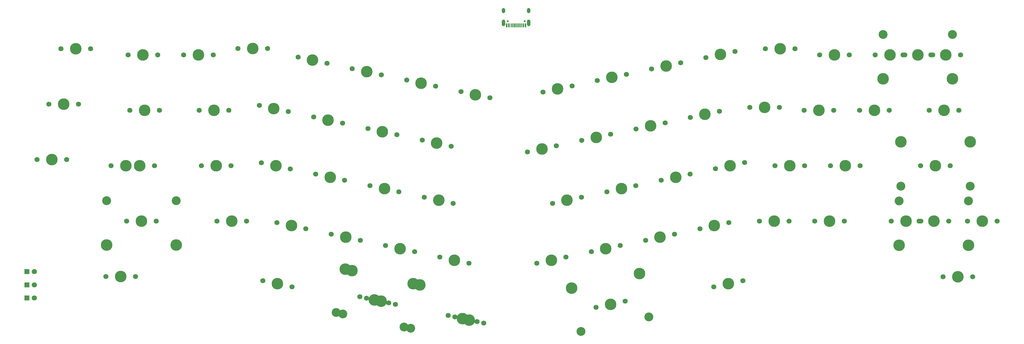
<source format=gbr>
%TF.GenerationSoftware,KiCad,Pcbnew,(5.1.6)-1*%
%TF.CreationDate,2020-07-07T18:39:20+02:00*%
%TF.ProjectId,Proyecto A,50726f79-6563-4746-9f20-412e6b696361,rev?*%
%TF.SameCoordinates,Original*%
%TF.FileFunction,Soldermask,Top*%
%TF.FilePolarity,Negative*%
%FSLAX46Y46*%
G04 Gerber Fmt 4.6, Leading zero omitted, Abs format (unit mm)*
G04 Created by KiCad (PCBNEW (5.1.6)-1) date 2020-07-07 18:39:20*
%MOMM*%
%LPD*%
G01*
G04 APERTURE LIST*
%ADD10C,3.987800*%
%ADD11C,1.750000*%
%ADD12O,1.200000X1.800000*%
%ADD13O,1.200000X2.300000*%
%ADD14C,0.650000*%
%ADD15R,0.300000X1.450000*%
%ADD16R,0.575000X1.450000*%
%ADD17C,1.800000*%
%ADD18R,1.800000X1.800000*%
%ADD19C,3.048000*%
G04 APERTURE END LIST*
D10*
%TO.C,K4*%
X179960000Y-10940000D03*
D11*
X174991010Y-9883809D03*
X184928990Y-11996191D03*
%TD*%
D12*
%TO.C,USB1*%
X226882400Y10048000D03*
X235522400Y10048000D03*
D13*
X226882400Y5868000D03*
X235522400Y5868000D03*
D14*
X234092400Y6398000D03*
X228312400Y6398000D03*
D15*
X231452400Y4953000D03*
X230952400Y4953000D03*
X230452400Y4953000D03*
X231952400Y4953000D03*
X229952400Y4953000D03*
X232452400Y4953000D03*
X229452400Y4953000D03*
X232952400Y4953000D03*
D16*
X233652400Y4953000D03*
X228752400Y4953000D03*
X234427400Y4953000D03*
X227977400Y4953000D03*
%TD*%
D17*
%TO.C,D2*%
X65940000Y-84260000D03*
D18*
X63400000Y-84260000D03*
%TD*%
D17*
%TO.C,D3*%
X65937400Y-79717000D03*
D18*
X63397400Y-79717000D03*
%TD*%
D10*
%TO.C,SPLIT_BKS1*%
X378551880Y-5151680D03*
D11*
X373471880Y-5151680D03*
X383631880Y-5151680D03*
%TD*%
D10*
%TO.C,FUNC1*%
X215120000Y-96320000D03*
D11*
X210151010Y-95263809D03*
X220088990Y-97376191D03*
%TD*%
D10*
%TO.C,lgui1*%
X184823540Y-89870840D03*
D11*
X179854550Y-88814649D03*
X189792530Y-90927031D03*
D19*
X171725207Y-94227752D03*
X195017347Y-99178650D03*
D10*
X174893781Y-79320783D03*
X198185921Y-84271680D03*
%TD*%
%TO.C,RSHIFT2*%
X374470100Y-62324540D03*
D11*
X369390100Y-62324540D03*
X379550100Y-62324540D03*
D19*
X362563850Y-55339540D03*
X386376350Y-55339540D03*
D10*
X362563850Y-70579540D03*
X386376350Y-70579540D03*
%TD*%
%TO.C,CAPS2*%
X97300000Y-43270000D03*
D11*
X92220000Y-43270000D03*
X102380000Y-43270000D03*
%TD*%
D10*
%TO.C,BACKSPACE1*%
X368990000Y-5170000D03*
D11*
X363910000Y-5170000D03*
X374070000Y-5170000D03*
D19*
X357083750Y1815000D03*
X380896250Y1815000D03*
D10*
X357083750Y-13425000D03*
X380896250Y-13425000D03*
%TD*%
%TO.C,FUNCT1*%
X391130000Y-62300000D03*
D11*
X386050000Y-62300000D03*
X396210000Y-62300000D03*
%TD*%
D10*
%TO.C,RCTL1*%
X382710000Y-81430000D03*
D11*
X377630000Y-81430000D03*
X387790000Y-81430000D03*
%TD*%
D10*
%TO.C,RALT1*%
X303997400Y-83847000D03*
D11*
X299028410Y-84903191D03*
X308966390Y-82790809D03*
%TD*%
D10*
%TO.C,space2*%
X263591480Y-90922400D03*
D11*
X258622490Y-91978591D03*
X268560470Y-89866209D03*
D19*
X253397673Y-100230210D03*
X276689813Y-95279312D03*
D10*
X250229099Y-85323240D03*
X273521239Y-80372343D03*
%TD*%
%TO.C,FUNC2*%
X212830000Y-95830000D03*
D11*
X207861010Y-94773809D03*
X217798990Y-96886191D03*
%TD*%
D10*
%TO.C,SPCE2*%
X182530000Y-89390000D03*
D11*
X177561010Y-88333809D03*
X187498990Y-90446191D03*
D19*
X169431667Y-93746912D03*
X192723807Y-98697810D03*
D10*
X172600241Y-78839943D03*
X195892381Y-83790840D03*
%TD*%
%TO.C,ALT1*%
X149287400Y-83857000D03*
D11*
X144318410Y-82800809D03*
X154256390Y-84913191D03*
%TD*%
D10*
%TO.C,CTRL1*%
X95520000Y-81360000D03*
D11*
X90440000Y-81360000D03*
X100600000Y-81360000D03*
%TD*%
D10*
%TO.C,RSHIFT1*%
X364940000Y-62350000D03*
D11*
X359860000Y-62350000D03*
X370020000Y-62350000D03*
%TD*%
D10*
%TO.C,/1*%
X338730000Y-62310000D03*
D11*
X333650000Y-62310000D03*
X343810000Y-62310000D03*
%TD*%
D10*
%TO.C,.>1*%
X319700000Y-62300000D03*
D11*
X314620000Y-62300000D03*
X324780000Y-62300000D03*
%TD*%
D10*
%TO.C,\u002C<1*%
X299180000Y-63860000D03*
D11*
X294211010Y-64916191D03*
X304148990Y-62803809D03*
%TD*%
D10*
%TO.C,M1*%
X280560000Y-67850000D03*
D11*
X275591010Y-68906191D03*
X285528990Y-66793809D03*
%TD*%
D10*
%TO.C,N1*%
X261940000Y-71800000D03*
D11*
X256971010Y-72856191D03*
X266908990Y-70743809D03*
%TD*%
D10*
%TO.C,B2*%
X243280000Y-75750000D03*
D11*
X238311010Y-76806191D03*
X248248990Y-74693809D03*
%TD*%
D10*
%TO.C,B1*%
X210010000Y-75750000D03*
D11*
X205041010Y-74693809D03*
X214978990Y-76806191D03*
%TD*%
D10*
%TO.C,V1*%
X191370000Y-71800000D03*
D11*
X186401010Y-70743809D03*
X196338990Y-72856191D03*
%TD*%
D10*
%TO.C,C8*%
X172750000Y-67830000D03*
D11*
X167781010Y-66773809D03*
X177718990Y-68886191D03*
%TD*%
D10*
%TO.C,X1*%
X154100000Y-63880000D03*
D11*
X149131010Y-62823809D03*
X159068990Y-64936191D03*
%TD*%
D10*
%TO.C,Z1*%
X133600000Y-62300000D03*
D11*
X128520000Y-62300000D03*
X138680000Y-62300000D03*
%TD*%
D10*
%TO.C,SHIFT1*%
X102650000Y-62310000D03*
D11*
X97570000Y-62310000D03*
X107730000Y-62310000D03*
D19*
X90743750Y-55325000D03*
X114556250Y-55325000D03*
D10*
X90743750Y-70565000D03*
X114556250Y-70565000D03*
%TD*%
%TO.C,RETURN1*%
X375050000Y-43280000D03*
D11*
X369970000Y-43280000D03*
X380130000Y-43280000D03*
D19*
X363143750Y-50265000D03*
X386956250Y-50265000D03*
D10*
X363143750Y-35025000D03*
X386956250Y-35025000D03*
%TD*%
%TO.C,'1*%
X344100000Y-43280000D03*
D11*
X339020000Y-43280000D03*
X349180000Y-43280000D03*
%TD*%
D10*
%TO.C,;1*%
X325060000Y-43280000D03*
D11*
X319980000Y-43280000D03*
X330140000Y-43280000D03*
%TD*%
D10*
%TO.C,L1*%
X304570000Y-43250000D03*
D11*
X299601010Y-44306191D03*
X309538990Y-42193809D03*
%TD*%
D10*
%TO.C,K11*%
X285910000Y-47240000D03*
D11*
X280941010Y-48296191D03*
X290878990Y-46183809D03*
%TD*%
D10*
%TO.C,J1*%
X267290000Y-51180000D03*
D11*
X262321010Y-52236191D03*
X272258990Y-50123809D03*
%TD*%
D10*
%TO.C,H1*%
X248640000Y-55150000D03*
D11*
X243671010Y-56206191D03*
X253608990Y-54093809D03*
%TD*%
D10*
%TO.C,G1*%
X204650000Y-55130000D03*
D11*
X199681010Y-54073809D03*
X209618990Y-56186191D03*
%TD*%
D10*
%TO.C,F2*%
X186020000Y-51190000D03*
D11*
X181051010Y-50133809D03*
X190988990Y-52246191D03*
%TD*%
D10*
%TO.C,D18*%
X167380000Y-47240000D03*
D11*
X162411010Y-46183809D03*
X172348990Y-48296191D03*
%TD*%
D10*
%TO.C,S1*%
X148760000Y-43280000D03*
D11*
X143791010Y-42223809D03*
X153728990Y-44336191D03*
%TD*%
D10*
%TO.C,A1*%
X128260000Y-43250000D03*
D11*
X123180000Y-43250000D03*
X133340000Y-43250000D03*
%TD*%
D10*
%TO.C,CAPS1*%
X102040000Y-43290000D03*
D11*
X96960000Y-43290000D03*
X107120000Y-43290000D03*
%TD*%
D10*
%TO.C,PGDN1*%
X71890000Y-41130000D03*
D11*
X66810000Y-41130000D03*
X76970000Y-41130000D03*
%TD*%
D10*
%TO.C,K\u005C1*%
X377950000Y-24230000D03*
D11*
X372870000Y-24230000D03*
X383030000Y-24230000D03*
%TD*%
D10*
%TO.C,]1*%
X354120000Y-24200000D03*
D11*
X349040000Y-24200000D03*
X359200000Y-24200000D03*
%TD*%
D10*
%TO.C,[1*%
X335050000Y-24230000D03*
D11*
X329970000Y-24230000D03*
X340130000Y-24230000D03*
%TD*%
D10*
%TO.C,P1*%
X316420000Y-23170000D03*
D11*
X311340000Y-23170000D03*
X321500000Y-23170000D03*
%TD*%
D10*
%TO.C,O1*%
X295940000Y-25590000D03*
D11*
X290971010Y-26646191D03*
X300908990Y-24533809D03*
%TD*%
D10*
%TO.C,I1*%
X277310000Y-29570000D03*
D11*
X272341010Y-30626191D03*
X282278990Y-28513809D03*
%TD*%
D10*
%TO.C,U2*%
X258670000Y-33530000D03*
D11*
X253701010Y-34586191D03*
X263638990Y-32473809D03*
%TD*%
D10*
%TO.C,Y2*%
X240030000Y-37490000D03*
D11*
X235061010Y-38546191D03*
X244998990Y-36433809D03*
%TD*%
D10*
%TO.C,T1*%
X203940000Y-35510000D03*
D11*
X198971010Y-34453809D03*
X208908990Y-36566191D03*
%TD*%
D10*
%TO.C,R10*%
X185320000Y-31560000D03*
D11*
X180351010Y-30503809D03*
X190288990Y-32616191D03*
%TD*%
D10*
%TO.C,E1*%
X166690000Y-27590000D03*
D11*
X161721010Y-26533809D03*
X171658990Y-28646191D03*
%TD*%
D10*
%TO.C,W1*%
X148050000Y-23620000D03*
D11*
X143081010Y-22563809D03*
X153018990Y-24676191D03*
%TD*%
D10*
%TO.C,Q1*%
X127550000Y-24210000D03*
D11*
X122470000Y-24210000D03*
X132630000Y-24210000D03*
%TD*%
D10*
%TO.C,TAB1*%
X103760000Y-24220000D03*
D11*
X98680000Y-24220000D03*
X108840000Y-24220000D03*
%TD*%
D10*
%TO.C,PGUP1*%
X75950000Y-22070000D03*
D11*
X70870000Y-22070000D03*
X81030000Y-22070000D03*
%TD*%
D10*
%TO.C,K_14*%
X359480000Y-5190000D03*
D11*
X354400000Y-5190000D03*
X364560000Y-5190000D03*
%TD*%
D10*
%TO.C,=+1*%
X340410000Y-5180000D03*
D11*
X335330000Y-5180000D03*
X345490000Y-5180000D03*
%TD*%
D10*
%TO.C,_-1*%
X321790000Y-3040000D03*
D11*
X316710000Y-3040000D03*
X326870000Y-3040000D03*
%TD*%
D10*
%TO.C,K10*%
X301280000Y-5030000D03*
D11*
X296311010Y-6086191D03*
X306248990Y-3973809D03*
%TD*%
D10*
%TO.C,K9*%
X282640000Y-8980000D03*
D11*
X277671010Y-10036191D03*
X287608990Y-7923809D03*
%TD*%
D10*
%TO.C,K8*%
X264030000Y-12910000D03*
D11*
X259061010Y-13966191D03*
X268998990Y-11853809D03*
%TD*%
D10*
%TO.C,K7*%
X245380000Y-16870000D03*
D11*
X240411010Y-17926191D03*
X250348990Y-15813809D03*
%TD*%
D10*
%TO.C,K6*%
X217230000Y-18850000D03*
D11*
X212261010Y-17793809D03*
X222198990Y-19906191D03*
%TD*%
D10*
%TO.C,k5*%
X198610000Y-14900000D03*
D11*
X193641010Y-13843809D03*
X203578990Y-15956191D03*
%TD*%
D10*
%TO.C,K3*%
X161340000Y-6970000D03*
D11*
X156371010Y-5913809D03*
X166308990Y-8026191D03*
%TD*%
D10*
%TO.C,K2*%
X140830000Y-3000000D03*
D11*
X135750000Y-3000000D03*
X145910000Y-3000000D03*
%TD*%
D10*
%TO.C,K1*%
X122200000Y-5170000D03*
D11*
X117120000Y-5170000D03*
X127280000Y-5170000D03*
%TD*%
D10*
%TO.C,KK0*%
X103140000Y-5150000D03*
D11*
X98060000Y-5150000D03*
X108220000Y-5150000D03*
%TD*%
D10*
%TO.C,Esc1*%
X80110000Y-3020000D03*
D11*
X75030000Y-3020000D03*
X85190000Y-3020000D03*
%TD*%
D17*
%TO.C,D1*%
X65937400Y-88767000D03*
D18*
X63397400Y-88767000D03*
%TD*%
M02*

</source>
